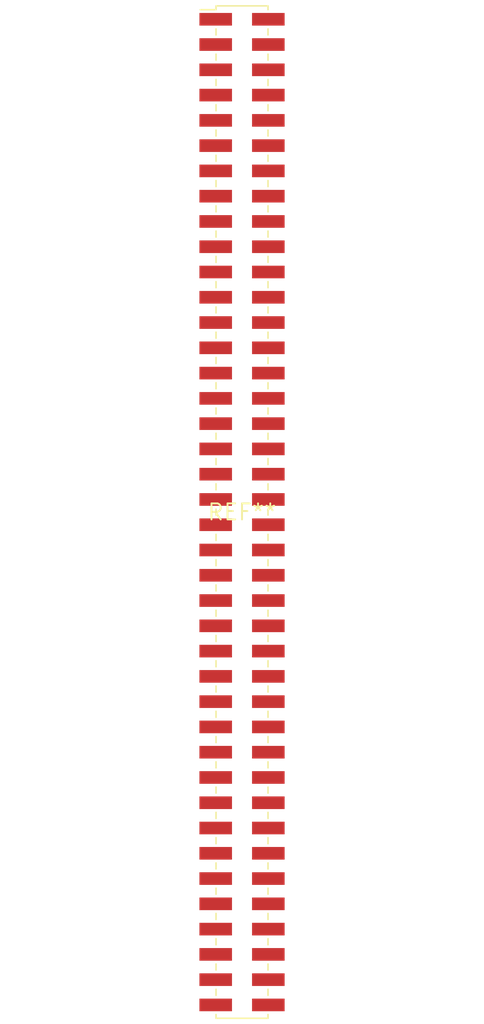
<source format=kicad_pcb>
(kicad_pcb (version 20240108) (generator pcbnew)
  (layers (0 "F.Cu" signal) (31 "B.Cu" signal) (34 "B.Paste" user) (35 "F.Paste" user) (36 "B.SilkS" user "B.Silkscreen") (37 "F.SilkS" user "F.Silkscreen") (38 "B.Mask" user) (39 "F.Mask" user) (44 "Edge.Cuts" user))
  (net 0 "")
  (footprint "PinHeader_2x40_P2.00mm_Vertical_SMD" (layer "F.Cu") (at 0 0)
    (property "Reference" "REF**")
    (property "Value" "PinHeader_2x40_P2.00mm_Vertical_SMD")
    (fp_line (start -3.315 -39.76) (end -2.06 -39.76) (layer "F.SilkS") (stroke (width 0.12)))
    (fp_line (start -2.06 -40.06) (end -2.06 -39.76) (layer "F.SilkS") (stroke (width 0.12)))
    (fp_line (start -2.06 -40.06) (end 2.06 -40.06) (layer "F.SilkS") (stroke (width 0.12)))
    (fp_line (start -2.06 -38.24) (end -2.06 -37.76) (layer "F.SilkS") (stroke (width 0.12)))
    (fp_line (start -2.06 -36.24) (end -2.06 -35.76) (layer "F.SilkS") (stroke (width 0.12)))
    (fp_line (start -2.06 -34.24) (end -2.06 -33.76) (layer "F.SilkS") (stroke (width 0.12)))
    (fp_line (start -2.06 -32.24) (end -2.06 -31.76) (layer "F.SilkS") (stroke (width 0.12)))
    (fp_line (start -2.06 -30.24) (end -2.06 -29.76) (layer "F.SilkS") (stroke (width 0.12)))
    (fp_line (start -2.06 -28.24) (end -2.06 -27.76) (layer "F.SilkS") (stroke (width 0.12)))
    (fp_line (start -2.06 -26.24) (end -2.06 -25.76) (layer "F.SilkS") (stroke (width 0.12)))
    (fp_line (start -2.06 -24.24) (end -2.06 -23.76) (layer "F.SilkS") (stroke (width 0.12)))
    (fp_line (start -2.06 -22.24) (end -2.06 -21.76) (layer "F.SilkS") (stroke (width 0.12)))
    (fp_line (start -2.06 -20.24) (end -2.06 -19.76) (layer "F.SilkS") (stroke (width 0.12)))
    (fp_line (start -2.06 -18.24) (end -2.06 -17.76) (layer "F.SilkS") (stroke (width 0.12)))
    (fp_line (start -2.06 -16.24) (end -2.06 -15.76) (layer "F.SilkS") (stroke (width 0.12)))
    (fp_line (start -2.06 -14.24) (end -2.06 -13.76) (layer "F.SilkS") (stroke (width 0.12)))
    (fp_line (start -2.06 -12.24) (end -2.06 -11.76) (layer "F.SilkS") (stroke (width 0.12)))
    (fp_line (start -2.06 -10.24) (end -2.06 -9.76) (layer "F.SilkS") (stroke (width 0.12)))
    (fp_line (start -2.06 -8.24) (end -2.06 -7.76) (layer "F.SilkS") (stroke (width 0.12)))
    (fp_line (start -2.06 -6.24) (end -2.06 -5.76) (layer "F.SilkS") (stroke (width 0.12)))
    (fp_line (start -2.06 -4.24) (end -2.06 -3.76) (layer "F.SilkS") (stroke (width 0.12)))
    (fp_line (start -2.06 -2.24) (end -2.06 -1.76) (layer "F.SilkS") (stroke (width 0.12)))
    (fp_line (start -2.06 -0.24) (end -2.06 0.24) (layer "F.SilkS") (stroke (width 0.12)))
    (fp_line (start -2.06 1.76) (end -2.06 2.24) (layer "F.SilkS") (stroke (width 0.12)))
    (fp_line (start -2.06 3.76) (end -2.06 4.24) (layer "F.SilkS") (stroke (width 0.12)))
    (fp_line (start -2.06 5.76) (end -2.06 6.24) (layer "F.SilkS") (stroke (width 0.12)))
    (fp_line (start -2.06 7.76) (end -2.06 8.24) (layer "F.SilkS") (stroke (width 0.12)))
    (fp_line (start -2.06 9.76) (end -2.06 10.24) (layer "F.SilkS") (stroke (width 0.12)))
    (fp_line (start -2.06 11.76) (end -2.06 12.24) (layer "F.SilkS") (stroke (width 0.12)))
    (fp_line (start -2.06 13.76) (end -2.06 14.24) (layer "F.SilkS") (stroke (width 0.12)))
    (fp_line (start -2.06 15.76) (end -2.06 16.24) (layer "F.SilkS") (stroke (width 0.12)))
    (fp_line (start -2.06 17.76) (end -2.06 18.24) (layer "F.SilkS") (stroke (width 0.12)))
    (fp_line (start -2.06 19.76) (end -2.06 20.24) (layer "F.SilkS") (stroke (width 0.12)))
    (fp_line (start -2.06 21.76) (end -2.06 22.24) (layer "F.SilkS") (stroke (width 0.12)))
    (fp_line (start -2.06 23.76) (end -2.06 24.24) (layer "F.SilkS") (stroke (width 0.12)))
    (fp_line (start -2.06 25.76) (end -2.06 26.24) (layer "F.SilkS") (stroke (width 0.12)))
    (fp_line (start -2.06 27.76) (end -2.06 28.24) (layer "F.SilkS") (stroke (width 0.12)))
    (fp_line (start -2.06 29.76) (end -2.06 30.24) (layer "F.SilkS") (stroke (width 0.12)))
    (fp_line (start -2.06 31.76) (end -2.06 32.24) (layer "F.SilkS") (stroke (width 0.12)))
    (fp_line (start -2.06 33.76) (end -2.06 34.24) (layer "F.SilkS") (stroke (width 0.12)))
    (fp_line (start -2.06 35.76) (end -2.06 36.24) (layer "F.SilkS") (stroke (width 0.12)))
    (fp_line (start -2.06 37.76) (end -2.06 38.24) (layer "F.SilkS") (stroke (width 0.12)))
    (fp_line (start -2.06 39.76) (end -2.06 40.06) (layer "F.SilkS") (stroke (width 0.12)))
    (fp_line (start -2.06 40.06) (end 2.06 40.06) (layer "F.SilkS") (stroke (width 0.12)))
    (fp_line (start 2.06 -40.06) (end 2.06 -39.76) (layer "F.SilkS") (stroke (width 0.12)))
    (fp_line (start 2.06 -38.24) (end 2.06 -37.76) (layer "F.SilkS") (stroke (width 0.12)))
    (fp_line (start 2.06 -36.24) (end 2.06 -35.76) (layer "F.SilkS") (stroke (width 0.12)))
    (fp_line (start 2.06 -34.24) (end 2.06 -33.76) (layer "F.SilkS") (stroke (width 0.12)))
    (fp_line (start 2.06 -32.24) (end 2.06 -31.76) (layer "F.SilkS") (stroke (width 0.12)))
    (fp_line (start 2.06 -30.24) (end 2.06 -29.76) (layer "F.SilkS") (stroke (width 0.12)))
    (fp_line (start 2.06 -28.24) (end 2.06 -27.76) (layer "F.SilkS") (stroke (width 0.12)))
    (fp_line (start 2.06 -26.24) (end 2.06 -25.76) (layer "F.SilkS") (stroke (width 0.12)))
    (fp_line (start 2.06 -24.24) (end 2.06 -23.76) (layer "F.SilkS") (stroke (width 0.12)))
    (fp_line (start 2.06 -22.24) (end 2.06 -21.76) (layer "F.SilkS") (stroke (width 0.12)))
    (fp_line (start 2.06 -20.24) (end 2.06 -19.76) (layer "F.SilkS") (stroke (width 0.12)))
    (fp_line (start 2.06 -18.24) (end 2.06 -17.76) (layer "F.SilkS") (stroke (width 0.12)))
    (fp_line (start 2.06 -16.24) (end 2.06 -15.76) (layer "F.SilkS") (stroke (width 0.12)))
    (fp_line (start 2.06 -14.24) (end 2.06 -13.76) (layer "F.SilkS") (stroke (width 0.12)))
    (fp_line (start 2.06 -12.24) (end 2.06 -11.76) (layer "F.SilkS") (stroke (width 0.12)))
    (fp_line (start 2.06 -10.24) (end 2.06 -9.76) (layer "F.SilkS") (stroke (width 0.12)))
    (fp_line (start 2.06 -8.24) (end 2.06 -7.76) (layer "F.SilkS") (stroke (width 0.12)))
    (fp_line (start 2.06 -6.24) (end 2.06 -5.76) (layer "F.SilkS") (stroke (width 0.12)))
    (fp_line (start 2.06 -4.24) (end 2.06 -3.76) (layer "F.SilkS") (stroke (width 0.12)))
    (fp_line (start 2.06 -2.24) (end 2.06 -1.76) (layer "F.SilkS") (stroke (width 0.12)))
    (fp_line (start 2.06 -0.24) (end 2.06 0.24) (layer "F.SilkS") (stroke (width 0.12)))
    (fp_line (start 2.06 1.76) (end 2.06 2.24) (layer "F.SilkS") (stroke (width 0.12)))
    (fp_line (start 2.06 3.76) (end 2.06 4.24) (layer "F.SilkS") (stroke (width 0.12)))
    (fp_line (start 2.06 5.76) (end 2.06 6.24) (layer "F.SilkS") (stroke (width 0.12)))
    (fp_line (start 2.06 7.76) (end 2.06 8.24) (layer "F.SilkS") (stroke (width 0.12)))
    (fp_line (start 2.06 9.76) (end 2.06 10.24) (layer "F.SilkS") (stroke (width 0.12)))
    (fp_line (start 2.06 11.76) (end 2.06 12.24) (layer "F.SilkS") (stroke (width 0.12)))
    (fp_line (start 2.06 13.76) (end 2.06 14.24) (layer "F.SilkS") (stroke (width 0.12)))
    (fp_line (start 2.06 15.76) (end 2.06 16.24) (layer "F.SilkS") (stroke (width 0.12)))
    (fp_line (start 2.06 17.76) (end 2.06 18.24) (layer "F.SilkS") (stroke (width 0.12)))
    (fp_line (start 2.06 19.76) (end 2.06 20.24) (layer "F.SilkS") (stroke (width 0.12)))
    (fp_line (start 2.06 21.76) (end 2.06 22.24) (layer "F.SilkS") (stroke (width 0.12)))
    (fp_line (start 2.06 23.76) (end 2.06 24.24) (layer "F.SilkS") (stroke (width 0.12)))
    (fp_line (start 2.06 25.76) (end 2.06 26.24) (layer "F.SilkS") (stroke (width 0.12)))
    (fp_line (start 2.06 27.76) (end 2.06 28.24) (layer "F.SilkS") (stroke (width 0.12)))
    (fp_line (start 2.06 29.76) (end 2.06 30.24) (layer "F.SilkS") (stroke (width 0.12)))
    (fp_line (start 2.06 31.76) (end 2.06 32.24) (layer "F.SilkS") (stroke (width 0.12)))
    (fp_line (start 2.06 33.76) (end 2.06 34.24) (layer "F.SilkS") (stroke (width 0.12)))
    (fp_line (start 2.06 35.76) (end 2.06 36.24) (layer "F.SilkS") (stroke (width 0.12)))
    (fp_line (start 2.06 37.76) (end 2.06 38.24) (layer "F.SilkS") (stroke (width 0.12)))
    (fp_line (start 2.06 39.76) (end 2.06 40.06) (layer "F.SilkS") (stroke (width 0.12)))
    (pad "1" smd rect (at -2.085 -39) (size 2.58 1) (layers "F.Cu" "F.Paste" "F.Mask"))
    (pad "2" smd rect (at 2.085 -39) (size 2.58 1) (layers "F.Cu" "F.Paste" "F.Mask"))
    (pad "3" smd rect (at -2.085 -37) (size 2.58 1) (layers "F.Cu" "F.Paste" "F.Mask"))
    (pad "4" smd rect (at 2.085 -37) (size 2.58 1) (layers "F.Cu" "F.Paste" "F.Mask"))
    (pad "5" smd rect (at -2.085 -35) (size 2.58 1) (layers "F.Cu" "F.Paste" "F.Mask"))
    (pad "6" smd rect (at 2.085 -35) (size 2.58 1) (layers "F.Cu" "F.Paste" "F.Mask"))
    (pad "7" smd rect (at -2.085 -33) (size 2.58 1) (layers "F.Cu" "F.Paste" "F.Mask"))
    (pad "8" smd rect (at 2.085 -33) (size 2.58 1) (layers "F.Cu" "F.Paste" "F.Mask"))
    (pad "9" smd rect (at -2.085 -31) (size 2.58 1) (layers "F.Cu" "F.Paste" "F.Mask"))
    (pad "10" smd rect (at 2.085 -31) (size 2.58 1) (layers "F.Cu" "F.Paste" "F.Mask"))
    (pad "11" smd rect (at -2.085 -29) (size 2.58 1) (layers "F.Cu" "F.Paste" "F.Mask"))
    (pad "12" smd rect (at 2.085 -29) (size 2.58 1) (layers "F.Cu" "F.Paste" "F.Mask"))
    (pad "13" smd rect (at -2.085 -27) (size 2.58 1) (layers "F.Cu" "F.Paste" "F.Mask"))
    (pad "14" smd rect (at 2.085 -27) (size 2.58 1) (layers "F.Cu" "F.Paste" "F.Mask"))
    (pad "15" smd rect (at -2.085 -25) (size 2.58 1) (layers "F.Cu" "F.Paste" "F.Mask"))
    (pad "16" smd rect (at 2.085 -25) (size 2.58 1) (layers "F.Cu" "F.Paste" "F.Mask"))
    (pad "17" smd rect (at -2.085 -23) (size 2.58 1) (layers "F.Cu" "F.Paste" "F.Mask"))
    (pad "18" smd rect (at 2.085 -23) (size 2.58 1) (layers "F.Cu" "F.Paste" "F.Mask"))
    (pad "19" smd rect (at -2.085 -21) (size 2.58 1) (layers "F.Cu" "F.Paste" "F.Mask"))
    (pad "20" smd rect (at 2.085 -21) (size 2.58 1) (layers "F.Cu" "F.Paste" "F.Mask"))
    (pad "21" smd rect (at -2.085 -19) (size 2.58 1) (layers "F.Cu" "F.Paste" "F.Mask"))
    (pad "22" smd rect (at 2.085 -19) (size 2.58 1) (layers "F.Cu" "F.Paste" "F.Mask"))
    (pad "23" smd rect (at -2.085 -17) (size 2.58 1) (layers "F.Cu" "F.Paste" "F.Mask"))
    (pad "24" smd rect (at 2.085 -17) (size 2.58 1) (layers "F.Cu" "F.Paste" "F.Mask"))
    (pad "25" smd rect (at -2.085 -15) (size 2.58 1) (layers "F.Cu" "F.Paste" "F.Mask"))
    (pad "26" smd rect (at 2.085 -15) (size 2.58 1) (layers "F.Cu" "F.Paste" "F.Mask"))
    (pad "27" smd rect (at -2.085 -13) (size 2.58 1) (layers "F.Cu" "F.Paste" "F.Mask"))
    (pad "28" smd rect (at 2.085 -13) (size 2.58 1) (layers "F.Cu" "F.Paste" "F.Mask"))
    (pad "29" smd rect (at -2.085 -11) (size 2.58 1) (layers "F.Cu" "F.Paste" "F.Mask"))
    (pad "30" smd rect (at 2.085 -11) (size 2.58 1) (layers "F.Cu" "F.Paste" "F.Mask"))
    (pad "31" smd rect (at -2.085 -9) (size 2.58 1) (layers "F.Cu" "F.Paste" "F.Mask"))
    (pad "32" smd rect (at 2.085 -9) (size 2.58 1) (layers "F.Cu" "F.Paste" "F.Mask"))
    (pad "33" smd rect (at -2.085 -7) (size 2.58 1) (layers "F.Cu" "F.Paste" "F.Mask"))
    (pad "34" smd rect (at 2.085 -7) (size 2.58 1) (layers "F.Cu" "F.Paste" "F.Mask"))
    (pad "35" smd rect (at -2.085 -5) (size 2.58 1) (layers "F.Cu" "F.Paste" "F.Mask"))
    (pad "36" smd rect (at 2.085 -5) (size 2.58 1) (layers "F.Cu" "F.Paste" "F.Mask"))
    (pad "37" smd rect (at -2.085 -3) (size 2.58 1) (layers "F.Cu" "F.Paste" "F.Mask"))
    (pad "38" smd rect (at 2.085 -3) (size 2.58 1) (layers "F.Cu" "F.Paste" "F.Mask"))
    (pad "39" smd rect (at -2.085 -1) (size 2.58 1) (layers "F.Cu" "F.Paste" "F.Mask"))
    (pad "40" smd rect (at 2.085 -1) (size 2.58 1) (layers "F.Cu" "F.Paste" "F.Mask"))
    (pad "41" smd rect (at -2.085 1) (size 2.58 1) (layers "F.Cu" "F.Paste" "F.Mask"))
    (pad "42" smd rect (at 2.085 1) (size 2.58 1) (layers "F.Cu" "F.Paste" "F.Mask"))
    (pad "43" smd rect (at -2.085 3) (size 2.58 1) (layers "F.Cu" "F.Paste" "F.Mask"))
    (pad "44" smd rect (at 2.085 3) (size 2.58 1) (layers "F.Cu" "F.Paste" "F.Mask"))
    (pad "45" smd rect (at -2.085 5) (size 2.58 1) (layers "F.Cu" "F.Paste" "F.Mask"))
    (pad "46" smd rect (at 2.085 5) (size 2.58 1) (layers "F.Cu" "F.Paste" "F.Mask"))
    (pad "47" smd rect (at -2.085 7) (size 2.58 1) (layers "F.Cu" "F.Paste" "F.Mask"))
    (pad "48" smd rect (at 2.085 7) (size 2.58 1) (layers "F.Cu" "F.Paste" "F.Mask"))
    (pad "49" smd rect (at -2.085 9) (size 2.58 1) (layers "F.Cu" "F.Paste" "F.Mask"))
    (pad "50" smd rect (at 2.085 9) (size 2.58 1) (layers "F.Cu" "F.Paste" "F.Mask"))
    (pad "51" smd rect (at -2.085 11) (size 2.58 1) (layers "F.Cu" "F.Paste" "F.Mask"))
    (pad "52" smd rect (at 2.085 11) (size 2.58 1) (layers "F.Cu" "F.Paste" "F.Mask"))
    (pad "53" smd rect (at -2.085 13) (size 2.58 1) (layers "F.Cu" "F.Paste" "F.Mask"))
    (pad "54" smd rect (at 2.085 13) (size 2.58 1) (layers "F.Cu" "F.Paste" "F.Mask"))
    (pad "55" smd rect (at -2.085 15) (size 2.58 1) (layers "F.Cu" "F.Paste" "F.Mask"))
    (pad "56" smd rect (at 2.085 15) (size 2.58 1) (layers "F.Cu" "F.Paste" "F.Mask"))
    (pad "57" smd rect (at -2.085 17) (size 2.58 1) (layers "F.Cu" "F.Paste" "F.Mask"))
    (pad "58" smd rect (at 2.085 17) (size 2.58 1) (layers "F.Cu" "F.Paste" "F.Mask"))
    (pad "59" smd rect (at -2.085 19) (size 2.58 1) (layers "F.Cu" "F.Paste" "F.Mask"))
    (pad "60" smd rect (at 2.085 19) (size 2.58 1) (layers "F.Cu" "F.Paste" "F.Mask"))
    (pad "61" smd rect (at -2.085 21) (size 2.58 1) (layers "F.Cu" "F.Paste" "F.Mask"))
    (pad "62" smd rect (at 2.085 21) (size 2.58 1) (layers "F.Cu" "F.Paste" "F.Mask"))
    (pad "63" smd rect (at -2.085 23) (size 2.58 1) (layers "F.Cu" "F.Paste" "F.Mask"))
    (pad "64" smd rect (at 2.085 23) (size 2.58 1) (layers "F.Cu" "F.Paste" "F.Mask"))
    (pad "65" smd rect (at -2.085 25) (size 2.58 1) (layers "F.Cu" "F.Paste" "F.Mask"))
    (pad "66" smd rect (at 2.085 25) (size 2.58 1) (layers "F.Cu" "F.Paste" "F.Mask"))
    (pad "67" smd rect (at -2.085 27) (size 2.58 1) (layers "F.Cu" "F.Paste" "F.Mask"))
    (pad "68" smd rect (at 2.085 27) (size 2.58 1) (layers "F.Cu" "F.Paste" "F.Mask"))
    (pad "69" smd rect (at -2.085 29) (size 2.58 1) (layers "F.Cu" "F.Paste" "F.Mask"))
    (pad "70" smd rect (at 2.085 29) (size 2.58 1) (layers "F.Cu" "F.Paste" "F.Mask"))
    (pad "71" smd rect (at -2.085 31) (size 2.58 1) (layers "F.Cu" "F.Paste" "F.Mask"))
    (pad "72" smd rect (at 2.085 31) (size 2.58 1) (layers "F.Cu" "F.Paste" "F.Mask"))
    (pad "73" smd rect (at -2.085 33) (size 2.58 1) (layers "F.Cu" "F.Paste" "F.Mask"))
    (pad "74" smd rect (at 2.085 33) (size 2.58 1) (layers "F.Cu" "F.Paste" "F.Mask"))
    (pad "75" smd rect (at -2.085 35) (size 2.58 1) (layers "F.Cu" "F.Paste" "F.Mask"))
    (pad "76" smd rect (at 2.085 35) (size 2.58 1) (layers "F.Cu" "F.Paste" "F.Mask"))
    (pad "77" smd rect (at -2.085 37) (size 2.58 1) (layers "F.Cu" "F.Paste" "F.Mask"))
    (pad "78" smd rect (at 2.085 37) (size 2.58 1) (layers "F.Cu" "F.Paste" "F.Mask"))
    (pad "79" smd rect (at -2.085 39) (size 2.58 1) (layers "F.Cu" "F.Paste" "F.Mask"))
    (pad "80" smd rect (at 2.085 39) (size 2.58 1) (layers "F.Cu" "F.Paste" "F.Mask"))
  )
)
</source>
